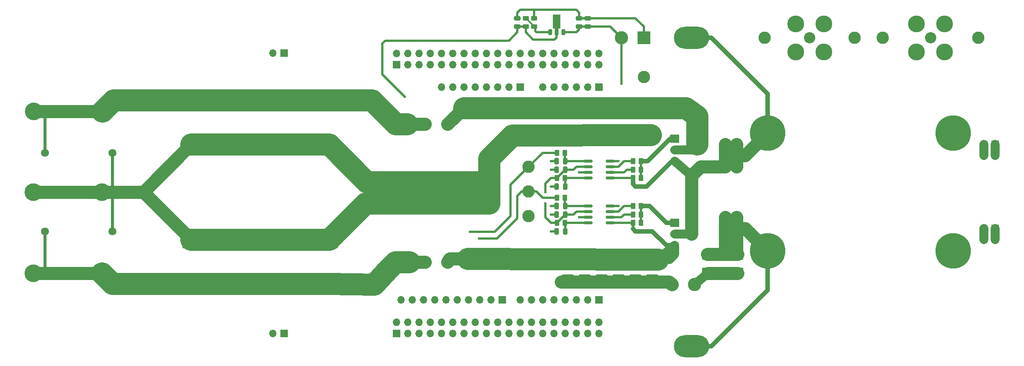
<source format=gbr>
%TF.GenerationSoftware,KiCad,Pcbnew,9.0.2*%
%TF.CreationDate,2025-08-05T09:14:22-05:00*%
%TF.ProjectId,ST2402,53543234-3032-42e6-9b69-6361645f7063,1*%
%TF.SameCoordinates,Original*%
%TF.FileFunction,Copper,L1,Top*%
%TF.FilePolarity,Positive*%
%FSLAX46Y46*%
G04 Gerber Fmt 4.6, Leading zero omitted, Abs format (unit mm)*
G04 Created by KiCad (PCBNEW 9.0.2) date 2025-08-05 09:14:22*
%MOMM*%
%LPD*%
G01*
G04 APERTURE LIST*
G04 Aperture macros list*
%AMRoundRect*
0 Rectangle with rounded corners*
0 $1 Rounding radius*
0 $2 $3 $4 $5 $6 $7 $8 $9 X,Y pos of 4 corners*
0 Add a 4 corners polygon primitive as box body*
4,1,4,$2,$3,$4,$5,$6,$7,$8,$9,$2,$3,0*
0 Add four circle primitives for the rounded corners*
1,1,$1+$1,$2,$3*
1,1,$1+$1,$4,$5*
1,1,$1+$1,$6,$7*
1,1,$1+$1,$8,$9*
0 Add four rect primitives between the rounded corners*
20,1,$1+$1,$2,$3,$4,$5,0*
20,1,$1+$1,$4,$5,$6,$7,0*
20,1,$1+$1,$6,$7,$8,$9,0*
20,1,$1+$1,$8,$9,$2,$3,0*%
%AMFreePoly0*
4,1,9,3.862500,-0.866500,0.737500,-0.866500,0.737500,-0.450000,-0.737500,-0.450000,-0.737500,0.450000,0.737500,0.450000,0.737500,0.866500,3.862500,0.866500,3.862500,-0.866500,3.862500,-0.866500,$1*%
G04 Aperture macros list end*
%TA.AperFunction,SMDPad,CuDef*%
%ADD10RoundRect,0.250000X0.625000X-0.312500X0.625000X0.312500X-0.625000X0.312500X-0.625000X-0.312500X0*%
%TD*%
%TA.AperFunction,SMDPad,CuDef*%
%ADD11RoundRect,0.250000X0.475000X-0.250000X0.475000X0.250000X-0.475000X0.250000X-0.475000X-0.250000X0*%
%TD*%
%TA.AperFunction,SMDPad,CuDef*%
%ADD12RoundRect,0.250000X0.450000X-0.262500X0.450000X0.262500X-0.450000X0.262500X-0.450000X-0.262500X0*%
%TD*%
%TA.AperFunction,ComponentPad*%
%ADD13C,2.000000*%
%TD*%
%TA.AperFunction,SMDPad,CuDef*%
%ADD14RoundRect,0.250000X-0.262500X-0.450000X0.262500X-0.450000X0.262500X0.450000X-0.262500X0.450000X0*%
%TD*%
%TA.AperFunction,ComponentPad*%
%ADD15O,8.000000X5.000000*%
%TD*%
%TA.AperFunction,ComponentPad*%
%ADD16R,1.700000X1.700000*%
%TD*%
%TA.AperFunction,ComponentPad*%
%ADD17O,1.700000X1.700000*%
%TD*%
%TA.AperFunction,SMDPad,CuDef*%
%ADD18RoundRect,0.250000X-1.100000X0.325000X-1.100000X-0.325000X1.100000X-0.325000X1.100000X0.325000X0*%
%TD*%
%TA.AperFunction,SMDPad,CuDef*%
%ADD19RoundRect,0.250000X1.100000X-0.325000X1.100000X0.325000X-1.100000X0.325000X-1.100000X-0.325000X0*%
%TD*%
%TA.AperFunction,ComponentPad*%
%ADD20R,2.000000X1.905000*%
%TD*%
%TA.AperFunction,ComponentPad*%
%ADD21O,2.000000X1.905000*%
%TD*%
%TA.AperFunction,SMDPad,CuDef*%
%ADD22RoundRect,0.250000X0.262500X0.450000X-0.262500X0.450000X-0.262500X-0.450000X0.262500X-0.450000X0*%
%TD*%
%TA.AperFunction,ComponentPad*%
%ADD23C,8.000000*%
%TD*%
%TA.AperFunction,SMDPad,CuDef*%
%ADD24RoundRect,0.150000X-0.825000X-0.150000X0.825000X-0.150000X0.825000X0.150000X-0.825000X0.150000X0*%
%TD*%
%TA.AperFunction,SMDPad,CuDef*%
%ADD25RoundRect,0.250000X0.250000X0.475000X-0.250000X0.475000X-0.250000X-0.475000X0.250000X-0.475000X0*%
%TD*%
%TA.AperFunction,ComponentPad*%
%ADD26C,3.000000*%
%TD*%
%TA.AperFunction,ComponentPad*%
%ADD27R,3.000000X3.000000*%
%TD*%
%TA.AperFunction,ComponentPad*%
%ADD28C,2.800000*%
%TD*%
%TA.AperFunction,ComponentPad*%
%ADD29C,2.540000*%
%TD*%
%TA.AperFunction,ComponentPad*%
%ADD30C,3.810000*%
%TD*%
%TA.AperFunction,ComponentPad*%
%ADD31C,1.800000*%
%TD*%
%TA.AperFunction,ComponentPad*%
%ADD32R,4.000000X4.000000*%
%TD*%
%TA.AperFunction,ComponentPad*%
%ADD33C,4.000000*%
%TD*%
%TA.AperFunction,SMDPad,CuDef*%
%ADD34RoundRect,0.225000X0.225000X-0.425000X0.225000X0.425000X-0.225000X0.425000X-0.225000X-0.425000X0*%
%TD*%
%TA.AperFunction,SMDPad,CuDef*%
%ADD35FreePoly0,90.000000*%
%TD*%
%TA.AperFunction,ViaPad*%
%ADD36C,0.600000*%
%TD*%
%TA.AperFunction,Conductor*%
%ADD37C,2.000000*%
%TD*%
%TA.AperFunction,Conductor*%
%ADD38C,0.300000*%
%TD*%
%TA.AperFunction,Conductor*%
%ADD39C,0.500000*%
%TD*%
%TA.AperFunction,Conductor*%
%ADD40C,3.000000*%
%TD*%
%TA.AperFunction,Conductor*%
%ADD41C,1.000000*%
%TD*%
%TA.AperFunction,Conductor*%
%ADD42C,5.000000*%
%TD*%
%TA.AperFunction,Conductor*%
%ADD43C,0.700000*%
%TD*%
G04 APERTURE END LIST*
D10*
%TO.P,R4,1*%
%TO.N,Net-(J18-Pin_1)*%
X194945000Y-114850000D03*
%TO.P,R4,2*%
%TO.N,Net-(J19-In)*%
X194945000Y-111925000D03*
%TD*%
%TO.P,R3,1*%
%TO.N,Net-(J18-Pin_1)*%
X192405000Y-114850000D03*
%TO.P,R3,2*%
%TO.N,Net-(J19-In)*%
X192405000Y-111925000D03*
%TD*%
%TO.P,R2,1*%
%TO.N,Net-(J18-Pin_1)*%
X189865000Y-114850000D03*
%TO.P,R2,2*%
%TO.N,Net-(J19-In)*%
X189865000Y-111925000D03*
%TD*%
%TO.P,R1,1*%
%TO.N,Net-(J18-Pin_1)*%
X187325000Y-114850000D03*
%TO.P,R1,2*%
%TO.N,Net-(J19-In)*%
X187325000Y-111925000D03*
%TD*%
D11*
%TO.P,C27,1*%
%TO.N,+5V*%
X144780000Y-59690000D03*
%TO.P,C27,2*%
%TO.N,GND*%
X144780000Y-57790000D03*
%TD*%
D12*
%TO.P,R12,1*%
%TO.N,Net-(U2-ADJ)*%
X148590000Y-59652500D03*
%TO.P,R12,2*%
%TO.N,GND*%
X148590000Y-57827500D03*
%TD*%
%TO.P,R11,1*%
%TO.N,+5V*%
X146685000Y-59652500D03*
%TO.P,R11,2*%
%TO.N,Net-(U2-ADJ)*%
X146685000Y-57827500D03*
%TD*%
D11*
%TO.P,C26,1*%
%TO.N,+12V*%
X160655000Y-59685000D03*
%TO.P,C26,2*%
%TO.N,GND*%
X160655000Y-57785000D03*
%TD*%
%TO.P,C25,1*%
%TO.N,+12V*%
X158750000Y-59690000D03*
%TO.P,C25,2*%
%TO.N,GND*%
X158750000Y-57790000D03*
%TD*%
D13*
%TO.P,F2,1*%
%TO.N,Net-(Q2-S)*%
X129032000Y-113040000D03*
%TO.P,F2,2*%
%TO.N,Net-(J17-Pin_1)*%
X123952000Y-113030000D03*
%TD*%
D14*
%TO.P,R18,1*%
%TO.N,PWM_U*%
X153712500Y-88265000D03*
%TO.P,R18,2*%
%TO.N,Net-(U6-VI)*%
X155537500Y-88265000D03*
%TD*%
D15*
%TO.P,TP2,1,1*%
%TO.N,Net-(J19-In)*%
X184150000Y-132080000D03*
%TD*%
D16*
%TO.P,J11,1,Pin_1*%
%TO.N,Net-(J11-Pin_1)*%
X252750000Y-105430000D03*
D17*
%TO.P,J11,2,Pin_2*%
X250210000Y-105430000D03*
%TO.P,J11,3,Pin_3*%
X252750000Y-107970000D03*
%TO.P,J11,4,Pin_4*%
X250210000Y-107970000D03*
%TD*%
D18*
%TO.P,C16,1*%
%TO.N,Net-(Q1-D)*%
X167640000Y-79805000D03*
%TO.P,C16,2*%
%TO.N,FIX_B*%
X167640000Y-82755000D03*
%TD*%
D19*
%TO.P,C24,1*%
%TO.N,FIX_B*%
X156210000Y-116410000D03*
%TO.P,C24,2*%
%TO.N,Net-(Q2-S)*%
X156210000Y-113460000D03*
%TD*%
D20*
%TO.P,Q1,1,G*%
%TO.N,Net-(Q1-G)*%
X180340000Y-85090000D03*
D21*
%TO.P,Q1,2,D*%
%TO.N,Net-(Q1-D)*%
X180340000Y-87630000D03*
%TO.P,Q1,3,S*%
%TO.N,FIX_A*%
X180340000Y-90170000D03*
%TD*%
D16*
%TO.P,J22,1,Pin_1*%
%TO.N,Net-(J19-In)*%
X191765000Y-102885000D03*
D17*
%TO.P,J22,2,Pin_2*%
X194305000Y-102885000D03*
%TO.P,J22,3,Pin_3*%
X191765000Y-105425000D03*
%TO.P,J22,4,Pin_4*%
X194305000Y-105425000D03*
%TO.P,J22,5,Pin_5*%
X191765000Y-107965000D03*
%TO.P,J22,6,Pin_6*%
X194305000Y-107965000D03*
%TD*%
D16*
%TO.P,J2,1,Pin_1*%
%TO.N,unconnected-(J2-Pin_1-Pad1)*%
X117475000Y-68275000D03*
D17*
%TO.P,J2,2,Pin_2*%
%TO.N,unconnected-(J2-Pin_2-Pad2)*%
X117475000Y-65735000D03*
%TO.P,J2,3,Pin_3*%
%TO.N,unconnected-(J2-Pin_3-Pad3)*%
X120015000Y-68275000D03*
%TO.P,J2,4,Pin_4*%
%TO.N,unconnected-(J2-Pin_4-Pad4)*%
X120015000Y-65735000D03*
%TO.P,J2,5,Pin_5*%
%TO.N,unconnected-(J2-Pin_5-Pad5)*%
X122555000Y-68275000D03*
%TO.P,J2,6,Pin_6*%
%TO.N,unconnected-(J2-Pin_6-Pad6)*%
X122555000Y-65735000D03*
%TO.P,J2,7,Pin_7*%
%TO.N,unconnected-(J2-Pin_7-Pad7)*%
X125095000Y-68275000D03*
%TO.P,J2,8,Pin_8*%
%TO.N,unconnected-(J2-Pin_8-Pad8)*%
X125095000Y-65735000D03*
%TO.P,J2,9,Pin_9*%
%TO.N,unconnected-(J2-Pin_9-Pad9)*%
X127635000Y-68275000D03*
%TO.P,J2,10,Pin_10*%
%TO.N,unconnected-(J2-Pin_10-Pad10)*%
X127635000Y-65735000D03*
%TO.P,J2,11,Pin_11*%
%TO.N,unconnected-(J2-Pin_11-Pad11)*%
X130175000Y-68275000D03*
%TO.P,J2,12,Pin_12*%
%TO.N,unconnected-(J2-Pin_12-Pad12)*%
X130175000Y-65735000D03*
%TO.P,J2,13,Pin_13*%
%TO.N,unconnected-(J2-Pin_13-Pad13)*%
X132715000Y-68275000D03*
%TO.P,J2,14,Pin_14*%
%TO.N,unconnected-(J2-Pin_14-Pad14)*%
X132715000Y-65735000D03*
%TO.P,J2,15,Pin_15*%
%TO.N,unconnected-(J2-Pin_15-Pad15)*%
X135255000Y-68275000D03*
%TO.P,J2,16,Pin_16*%
%TO.N,unconnected-(J2-Pin_16-Pad16)*%
X135255000Y-65735000D03*
%TO.P,J2,17,Pin_17*%
%TO.N,unconnected-(J2-Pin_17-Pad17)*%
X137795000Y-68275000D03*
%TO.P,J2,18,Pin_18*%
%TO.N,unconnected-(J2-Pin_18-Pad18)*%
X137795000Y-65735000D03*
%TO.P,J2,19,Pin_19*%
%TO.N,unconnected-(J2-Pin_19-Pad19)*%
X140335000Y-68275000D03*
%TO.P,J2,20,Pin_20*%
%TO.N,unconnected-(J2-Pin_20-Pad20)*%
X140335000Y-65735000D03*
%TO.P,J2,21,Pin_21*%
%TO.N,unconnected-(J2-Pin_21-Pad21)*%
X142875000Y-68275000D03*
%TO.P,J2,22,Pin_22*%
%TO.N,unconnected-(J2-Pin_22-Pad22)*%
X142875000Y-65735000D03*
%TO.P,J2,23,Pin_23*%
%TO.N,unconnected-(J2-Pin_23-Pad23)*%
X145415000Y-68275000D03*
%TO.P,J2,24,Pin_24*%
%TO.N,unconnected-(J2-Pin_24-Pad24)*%
X145415000Y-65735000D03*
%TO.P,J2,25,Pin_25*%
%TO.N,unconnected-(J2-Pin_25-Pad25)*%
X147955000Y-68275000D03*
%TO.P,J2,26,Pin_26*%
%TO.N,unconnected-(J2-Pin_26-Pad26)*%
X147955000Y-65735000D03*
%TO.P,J2,27,Pin_27*%
%TO.N,unconnected-(J2-Pin_27-Pad27)*%
X150495000Y-68275000D03*
%TO.P,J2,28,Pin_28*%
%TO.N,unconnected-(J2-Pin_28-Pad28)*%
X150495000Y-65735000D03*
%TO.P,J2,29,Pin_29*%
%TO.N,unconnected-(J2-Pin_29-Pad29)*%
X153035000Y-68275000D03*
%TO.P,J2,30,Pin_30*%
%TO.N,unconnected-(J2-Pin_30-Pad30)*%
X153035000Y-65735000D03*
%TO.P,J2,31,Pin_31*%
%TO.N,unconnected-(J2-Pin_31-Pad31)*%
X155575000Y-68275000D03*
%TO.P,J2,32,Pin_32*%
%TO.N,unconnected-(J2-Pin_32-Pad32)*%
X155575000Y-65735000D03*
%TO.P,J2,33,Pin_33*%
%TO.N,unconnected-(J2-Pin_33-Pad33)*%
X158115000Y-68275000D03*
%TO.P,J2,34,Pin_34*%
%TO.N,unconnected-(J2-Pin_34-Pad34)*%
X158115000Y-65735000D03*
%TO.P,J2,35,Pin_35*%
%TO.N,unconnected-(J2-Pin_35-Pad35)*%
X160655000Y-68275000D03*
%TO.P,J2,36,Pin_36*%
%TO.N,unconnected-(J2-Pin_36-Pad36)*%
X160655000Y-65735000D03*
%TO.P,J2,37,Pin_37*%
%TO.N,unconnected-(J2-Pin_37-Pad37)*%
X163195000Y-68275000D03*
%TO.P,J2,38,Pin_38*%
%TO.N,unconnected-(J2-Pin_38-Pad38)*%
X163195000Y-65735000D03*
%TD*%
D16*
%TO.P,J12,1,Pin_1*%
%TO.N,Net-(J12-Pin_1)*%
X252750000Y-86380000D03*
D17*
%TO.P,J12,2,Pin_2*%
X250210000Y-86380000D03*
%TO.P,J12,3,Pin_3*%
X252750000Y-88920000D03*
%TO.P,J12,4,Pin_4*%
X250210000Y-88920000D03*
%TD*%
D16*
%TO.P,J4,1,Pin_1*%
%TO.N,unconnected-(J4-Pin_1-Pad1)*%
X145415000Y-73355000D03*
D17*
%TO.P,J4,2,Pin_2*%
%TO.N,unconnected-(J4-Pin_2-Pad2)*%
X142875000Y-73355000D03*
%TO.P,J4,3,Pin_3*%
%TO.N,GND*%
X140335000Y-73355000D03*
%TO.P,J4,4,Pin_4*%
%TO.N,5V*%
X137795000Y-73355000D03*
%TO.P,J4,5,Pin_5*%
%TO.N,unconnected-(J4-Pin_5-Pad5)*%
X135255000Y-73355000D03*
%TO.P,J4,6,Pin_6*%
%TO.N,unconnected-(J4-Pin_6-Pad6)*%
X132715000Y-73355000D03*
%TO.P,J4,7,Pin_7*%
%TO.N,unconnected-(J4-Pin_7-Pad7)*%
X130175000Y-73355000D03*
%TO.P,J4,8,Pin_8*%
%TO.N,unconnected-(J4-Pin_8-Pad8)*%
X127635000Y-73355000D03*
%TD*%
D22*
%TO.P,R30,1*%
%TO.N,Net-(Q1-G)*%
X172720000Y-93980000D03*
%TO.P,R30,2*%
%TO.N,FIX_A*%
X170895000Y-93980000D03*
%TD*%
D23*
%TO.P,TP18,1,1*%
%TO.N,Net-(J12-Pin_1)*%
X243205000Y-83820000D03*
%TD*%
D24*
%TO.P,U8,1,VI*%
%TO.N,Net-(U8-VI)*%
X160785000Y-100330000D03*
%TO.P,U8,2,VDDI*%
%TO.N,+5V*%
X160785000Y-101600000D03*
%TO.P,U8,3,GNDI*%
%TO.N,GND*%
X160785000Y-102870000D03*
%TO.P,U8,4,EN*%
%TO.N,Net-(U8-EN)*%
X160785000Y-104140000D03*
%TO.P,U8,5,GND*%
%TO.N,Net-(Q2-S)*%
X165735000Y-104140000D03*
%TO.P,U8,6,VO-*%
%TO.N,Net-(U8-VO-)*%
X165735000Y-102870000D03*
%TO.P,U8,7,VO+*%
%TO.N,Net-(U8-VO+)*%
X165735000Y-101600000D03*
%TO.P,U8,8,VDD*%
%TO.N,Net-(U7-+Vout)*%
X165735000Y-100330000D03*
%TD*%
D25*
%TO.P,C8,1*%
%TO.N,Net-(U6-EN)*%
X155575000Y-95885000D03*
%TO.P,C8,2*%
%TO.N,GND*%
X153675000Y-95885000D03*
%TD*%
D14*
%TO.P,R21,1*%
%TO.N,+5V*%
X153712500Y-104140000D03*
%TO.P,R21,2*%
%TO.N,Net-(U8-EN)*%
X155537500Y-104140000D03*
%TD*%
D26*
%TO.P,J14,1,Pin_1*%
%TO.N,FIX_B*%
X179705000Y-118110000D03*
%TD*%
D25*
%TO.P,C3,1*%
%TO.N,Net-(U8-VI)*%
X155575000Y-100330000D03*
%TO.P,C3,2*%
%TO.N,GND*%
X153675000Y-100330000D03*
%TD*%
D22*
%TO.P,R31,1*%
%TO.N,Net-(Q2-G)*%
X172720000Y-104140000D03*
%TO.P,R31,2*%
%TO.N,Net-(Q2-S)*%
X170895000Y-104140000D03*
%TD*%
D27*
%TO.P,J9,1,Pin_1*%
%TO.N,GND*%
X173355000Y-62230000D03*
D26*
%TO.P,J9,2,Pin_2*%
%TO.N,+12V*%
X168275000Y-62230000D03*
%TD*%
D18*
%TO.P,C12,1*%
%TO.N,Net-(Q1-D)*%
X163830000Y-79805000D03*
%TO.P,C12,2*%
%TO.N,FIX_B*%
X163830000Y-82755000D03*
%TD*%
D28*
%TO.P,TP6,1,1*%
%TO.N,FIX_A*%
X184150000Y-97155000D03*
%TD*%
D13*
%TO.P,F1,1*%
%TO.N,Net-(Q1-D)*%
X129032000Y-81798000D03*
%TO.P,F1,2*%
%TO.N,Net-(J15-Pin_1)*%
X123952000Y-81788000D03*
%TD*%
D14*
%TO.P,R23,1*%
%TO.N,Net-(U8-VO-)*%
X170895000Y-102235000D03*
%TO.P,R23,2*%
%TO.N,Net-(Q2-G)*%
X172720000Y-102235000D03*
%TD*%
%TO.P,R19,1*%
%TO.N,PWM_L*%
X153712500Y-98425000D03*
%TO.P,R19,2*%
%TO.N,Net-(U8-VI)*%
X155537500Y-98425000D03*
%TD*%
%TO.P,R29,1*%
%TO.N,Net-(U6-VO-)*%
X170895000Y-92075000D03*
%TO.P,R29,2*%
%TO.N,Net-(Q1-G)*%
X172720000Y-92075000D03*
%TD*%
D19*
%TO.P,C19,1*%
%TO.N,FIX_B*%
X171450000Y-116410000D03*
%TO.P,C19,2*%
%TO.N,Net-(Q2-S)*%
X171450000Y-113460000D03*
%TD*%
D29*
%TO.P,J19,1,In*%
%TO.N,Net-(J19-In)*%
X210820000Y-62230000D03*
D30*
%TO.P,J19,2,Ext*%
%TO.N,Net-(J18-Pin_1)*%
X207645000Y-59055000D03*
X207645000Y-65405000D03*
X213995000Y-59055000D03*
X213995000Y-65405000D03*
%TD*%
D14*
%TO.P,R22,1*%
%TO.N,Net-(U8-VO+)*%
X170895000Y-100330000D03*
%TO.P,R22,2*%
%TO.N,Net-(Q2-G)*%
X172720000Y-100330000D03*
%TD*%
D31*
%TO.P,R9,1*%
%TO.N,Net-(J15-Pin_1)*%
X38100000Y-88265000D03*
%TO.P,R9,2*%
%TO.N,FIX_B*%
X53340000Y-88265000D03*
%TD*%
D24*
%TO.P,U6,1,VI*%
%TO.N,Net-(U6-VI)*%
X160785000Y-90170000D03*
%TO.P,U6,2,VDDI*%
%TO.N,+5V*%
X160785000Y-91440000D03*
%TO.P,U6,3,GNDI*%
%TO.N,GND*%
X160785000Y-92710000D03*
%TO.P,U6,4,EN*%
%TO.N,Net-(U6-EN)*%
X160785000Y-93980000D03*
%TO.P,U6,5,GND*%
%TO.N,FIX_A*%
X165735000Y-93980000D03*
%TO.P,U6,6,VO-*%
%TO.N,Net-(U6-VO-)*%
X165735000Y-92710000D03*
%TO.P,U6,7,VO+*%
%TO.N,Net-(U6-VO+)*%
X165735000Y-91440000D03*
%TO.P,U6,8,VDD*%
%TO.N,Net-(U1-+Vout)*%
X165735000Y-90170000D03*
%TD*%
D29*
%TO.P,J13,1,In*%
%TO.N,Net-(J11-Pin_1)*%
X238125000Y-62230000D03*
D30*
%TO.P,J13,2,Ext*%
%TO.N,Net-(J12-Pin_1)*%
X234950000Y-59055000D03*
X234950000Y-65405000D03*
X241300000Y-59055000D03*
X241300000Y-65405000D03*
%TD*%
D23*
%TO.P,TP17,1,1*%
%TO.N,Net-(J19-In)*%
X201295000Y-110490000D03*
%TD*%
D28*
%TO.P,TP14,1,1*%
%TO.N,Net-(J19-In)*%
X200660000Y-62230000D03*
%TD*%
D32*
%TO.P,C14,1*%
%TO.N,FIX_B*%
X102235000Y-107950000D03*
D33*
%TO.P,C14,2*%
%TO.N,Net-(J17-Pin_1)*%
X102235000Y-117950000D03*
%TD*%
D16*
%TO.P,J1,1,Pin_1*%
%TO.N,unconnected-(J1-Pin_1-Pad1)*%
X117475000Y-129185000D03*
D17*
%TO.P,J1,2,Pin_2*%
%TO.N,unconnected-(J1-Pin_2-Pad2)*%
X117475000Y-126645000D03*
%TO.P,J1,3,Pin_3*%
%TO.N,unconnected-(J1-Pin_3-Pad3)*%
X120015000Y-129185000D03*
%TO.P,J1,4,Pin_4*%
%TO.N,unconnected-(J1-Pin_4-Pad4)*%
X120015000Y-126645000D03*
%TO.P,J1,5,Pin_5*%
%TO.N,unconnected-(J1-Pin_5-Pad5)*%
X122555000Y-129185000D03*
%TO.P,J1,6,Pin_6*%
%TO.N,unconnected-(J1-Pin_6-Pad6)*%
X122555000Y-126645000D03*
%TO.P,J1,7,Pin_7*%
%TO.N,unconnected-(J1-Pin_7-Pad7)*%
X125095000Y-129185000D03*
%TO.P,J1,8,Pin_8*%
%TO.N,unconnected-(J1-Pin_8-Pad8)*%
X125095000Y-126645000D03*
%TO.P,J1,9,Pin_9*%
%TO.N,unconnected-(J1-Pin_9-Pad9)*%
X127635000Y-129185000D03*
%TO.P,J1,10,Pin_10*%
%TO.N,unconnected-(J1-Pin_10-Pad10)*%
X127635000Y-126645000D03*
%TO.P,J1,11,Pin_11*%
%TO.N,unconnected-(J1-Pin_11-Pad11)*%
X130175000Y-129185000D03*
%TO.P,J1,12,Pin_12*%
%TO.N,unconnected-(J1-Pin_12-Pad12)*%
X130175000Y-126645000D03*
%TO.P,J1,13,Pin_13*%
%TO.N,unconnected-(J1-Pin_13-Pad13)*%
X132715000Y-129185000D03*
%TO.P,J1,14,Pin_14*%
%TO.N,unconnected-(J1-Pin_14-Pad14)*%
X132715000Y-126645000D03*
%TO.P,J1,15,Pin_15*%
%TO.N,unconnected-(J1-Pin_15-Pad15)*%
X135255000Y-129185000D03*
%TO.P,J1,16,Pin_16*%
%TO.N,unconnected-(J1-Pin_16-Pad16)*%
X135255000Y-126645000D03*
%TO.P,J1,17,Pin_17*%
%TO.N,unconnected-(J1-Pin_17-Pad17)*%
X137795000Y-129185000D03*
%TO.P,J1,18,Pin_18*%
%TO.N,unconnected-(J1-Pin_18-Pad18)*%
X137795000Y-126645000D03*
%TO.P,J1,19,Pin_19*%
%TO.N,unconnected-(J1-Pin_19-Pad19)*%
X140335000Y-129185000D03*
%TO.P,J1,20,Pin_20*%
%TO.N,unconnected-(J1-Pin_20-Pad20)*%
X140335000Y-126645000D03*
%TO.P,J1,21,Pin_21*%
%TO.N,unconnected-(J1-Pin_21-Pad21)*%
X142875000Y-129185000D03*
%TO.P,J1,22,Pin_22*%
%TO.N,unconnected-(J1-Pin_22-Pad22)*%
X142875000Y-126645000D03*
%TO.P,J1,23,Pin_23*%
%TO.N,unconnected-(J1-Pin_23-Pad23)*%
X145415000Y-129185000D03*
%TO.P,J1,24,Pin_24*%
%TO.N,unconnected-(J1-Pin_24-Pad24)*%
X145415000Y-126645000D03*
%TO.P,J1,25,Pin_25*%
%TO.N,unconnected-(J1-Pin_25-Pad25)*%
X147955000Y-129185000D03*
%TO.P,J1,26,Pin_26*%
%TO.N,unconnected-(J1-Pin_26-Pad26)*%
X147955000Y-126645000D03*
%TO.P,J1,27,Pin_27*%
%TO.N,unconnected-(J1-Pin_27-Pad27)*%
X150495000Y-129185000D03*
%TO.P,J1,28,Pin_28*%
%TO.N,unconnected-(J1-Pin_28-Pad28)*%
X150495000Y-126645000D03*
%TO.P,J1,29,Pin_29*%
%TO.N,unconnected-(J1-Pin_29-Pad29)*%
X153035000Y-129185000D03*
%TO.P,J1,30,Pin_30*%
%TO.N,unconnected-(J1-Pin_30-Pad30)*%
X153035000Y-126645000D03*
%TO.P,J1,31,Pin_31*%
%TO.N,unconnected-(J1-Pin_31-Pad31)*%
X155575000Y-129185000D03*
%TO.P,J1,32,Pin_32*%
%TO.N,unconnected-(J1-Pin_32-Pad32)*%
X155575000Y-126645000D03*
%TO.P,J1,33,Pin_33*%
%TO.N,unconnected-(J1-Pin_33-Pad33)*%
X158115000Y-129185000D03*
%TO.P,J1,34,Pin_34*%
%TO.N,unconnected-(J1-Pin_34-Pad34)*%
X158115000Y-126645000D03*
%TO.P,J1,35,Pin_35*%
%TO.N,unconnected-(J1-Pin_35-Pad35)*%
X160655000Y-129185000D03*
%TO.P,J1,36,Pin_36*%
%TO.N,unconnected-(J1-Pin_36-Pad36)*%
X160655000Y-126645000D03*
%TO.P,J1,37,Pin_37*%
%TO.N,unconnected-(J1-Pin_37-Pad37)*%
X163195000Y-129185000D03*
%TO.P,J1,38,Pin_38*%
%TO.N,unconnected-(J1-Pin_38-Pad38)*%
X163195000Y-126645000D03*
%TD*%
D14*
%TO.P,R24,1*%
%TO.N,Net-(U6-VO+)*%
X170895000Y-90170000D03*
%TO.P,R24,2*%
%TO.N,Net-(Q1-G)*%
X172720000Y-90170000D03*
%TD*%
D28*
%TO.P,TP12,1,1*%
%TO.N,GND*%
X173355000Y-71120000D03*
%TD*%
D18*
%TO.P,C23,1*%
%TO.N,Net-(Q1-D)*%
X156210000Y-79805000D03*
%TO.P,C23,2*%
%TO.N,FIX_B*%
X156210000Y-82755000D03*
%TD*%
D32*
%TO.P,C10,1*%
%TO.N,Net-(J15-Pin_1)*%
X71120000Y-76360000D03*
D33*
%TO.P,C10,2*%
%TO.N,FIX_B*%
X71120000Y-86360000D03*
%TD*%
D16*
%TO.P,J8,1,Pin_1*%
%TO.N,unconnected-(J8-Pin_1-Pad1)*%
X92075000Y-65659000D03*
D17*
%TO.P,J8,2,Pin_2*%
%TO.N,unconnected-(J8-Pin_2-Pad2)*%
X89535000Y-65659000D03*
%TD*%
D25*
%TO.P,C7,1*%
%TO.N,+5V*%
X155575000Y-102235000D03*
%TO.P,C7,2*%
%TO.N,GND*%
X153675000Y-102235000D03*
%TD*%
D19*
%TO.P,C21,1*%
%TO.N,FIX_B*%
X175260000Y-116410000D03*
%TO.P,C21,2*%
%TO.N,Net-(Q2-S)*%
X175260000Y-113460000D03*
%TD*%
D16*
%TO.P,J6,1,Pin_1*%
%TO.N,unconnected-(J6-Pin_1-Pad1)*%
X141395000Y-121585000D03*
D17*
%TO.P,J6,2,Pin_2*%
%TO.N,unconnected-(J6-Pin_2-Pad2)*%
X138855000Y-121585000D03*
%TO.P,J6,3,Pin_3*%
%TO.N,unconnected-(J6-Pin_3-Pad3)*%
X136315000Y-121585000D03*
%TO.P,J6,4,Pin_4*%
%TO.N,unconnected-(J6-Pin_4-Pad4)*%
X133775000Y-121585000D03*
%TO.P,J6,5,Pin_5*%
%TO.N,unconnected-(J6-Pin_5-Pad5)*%
X131235000Y-121585000D03*
%TO.P,J6,6,Pin_6*%
%TO.N,unconnected-(J6-Pin_6-Pad6)*%
X128695000Y-121585000D03*
%TO.P,J6,7,Pin_7*%
%TO.N,unconnected-(J6-Pin_7-Pad7)*%
X126155000Y-121585000D03*
%TO.P,J6,8,Pin_8*%
%TO.N,unconnected-(J6-Pin_8-Pad8)*%
X123615000Y-121585000D03*
%TO.P,J6,9,Pin_9*%
%TO.N,unconnected-(J6-Pin_9-Pad9)*%
X121075000Y-121585000D03*
%TO.P,J6,10,Pin_10*%
%TO.N,unconnected-(J6-Pin_10-Pad10)*%
X118535000Y-121585000D03*
%TD*%
D28*
%TO.P,TP5,1,1*%
%TO.N,PWM_L*%
X147320000Y-97028000D03*
%TD*%
D19*
%TO.P,C22,1*%
%TO.N,FIX_B*%
X160020000Y-116410000D03*
%TO.P,C22,2*%
%TO.N,Net-(Q2-S)*%
X160020000Y-113460000D03*
%TD*%
D28*
%TO.P,TP4,1,1*%
%TO.N,PWM_U*%
X147320000Y-91440000D03*
%TD*%
D18*
%TO.P,C20,1*%
%TO.N,Net-(Q1-D)*%
X175260000Y-79805000D03*
%TO.P,C20,2*%
%TO.N,FIX_B*%
X175260000Y-82755000D03*
%TD*%
%TO.P,C18,1*%
%TO.N,Net-(Q1-D)*%
X171450000Y-79805000D03*
%TO.P,C18,2*%
%TO.N,FIX_B*%
X171450000Y-82755000D03*
%TD*%
D26*
%TO.P,J18,1,Pin_1*%
%TO.N,Net-(J18-Pin_1)*%
X184785000Y-118110000D03*
%TD*%
D33*
%TO.P,J16,1,Pin_1*%
%TO.N,FIX_B*%
X50930000Y-97155000D03*
X35430000Y-97155000D03*
%TD*%
D25*
%TO.P,C5,1*%
%TO.N,+5V*%
X155575000Y-92075000D03*
%TO.P,C5,2*%
%TO.N,GND*%
X153675000Y-92075000D03*
%TD*%
D18*
%TO.P,C1,1*%
%TO.N,Net-(Q1-D)*%
X160020000Y-79805000D03*
%TO.P,C1,2*%
%TO.N,FIX_B*%
X160020000Y-82755000D03*
%TD*%
D28*
%TO.P,TP11,1,1*%
%TO.N,GND*%
X147320000Y-102616000D03*
%TD*%
D20*
%TO.P,Q2,1,G*%
%TO.N,Net-(Q2-G)*%
X180340000Y-104140000D03*
D21*
%TO.P,Q2,2,D*%
%TO.N,FIX_A*%
X180340000Y-106680000D03*
%TO.P,Q2,3,S*%
%TO.N,Net-(Q2-S)*%
X180340000Y-109220000D03*
%TD*%
D16*
%TO.P,J5,1,Pin_1*%
%TO.N,unconnected-(J5-Pin_1-Pad1)*%
X163195000Y-73355000D03*
D17*
%TO.P,J5,2,Pin_2*%
%TO.N,unconnected-(J5-Pin_2-Pad2)*%
X160655000Y-73355000D03*
%TO.P,J5,3,Pin_3*%
%TO.N,unconnected-(J5-Pin_3-Pad3)*%
X158115000Y-73355000D03*
%TO.P,J5,4,Pin_4*%
%TO.N,unconnected-(J5-Pin_4-Pad4)*%
X155575000Y-73355000D03*
%TO.P,J5,5,Pin_5*%
%TO.N,unconnected-(J5-Pin_5-Pad5)*%
X153035000Y-73355000D03*
%TO.P,J5,6,Pin_6*%
%TO.N,unconnected-(J5-Pin_6-Pad6)*%
X150495000Y-73355000D03*
%TD*%
D15*
%TO.P,TP1,1,1*%
%TO.N,FIX_A*%
X184150000Y-62230000D03*
%TD*%
D23*
%TO.P,TP16,1,1*%
%TO.N,FIX_A*%
X201295000Y-83820000D03*
%TD*%
D31*
%TO.P,R10,1*%
%TO.N,FIX_B*%
X53340000Y-106045000D03*
%TO.P,R10,2*%
%TO.N,Net-(J17-Pin_1)*%
X38100000Y-106045000D03*
%TD*%
D25*
%TO.P,C9,1*%
%TO.N,Net-(U8-EN)*%
X155575000Y-106045000D03*
%TO.P,C9,2*%
%TO.N,GND*%
X153675000Y-106045000D03*
%TD*%
%TO.P,C2,1*%
%TO.N,Net-(U6-VI)*%
X155575000Y-90170000D03*
%TO.P,C2,2*%
%TO.N,GND*%
X153675000Y-90170000D03*
%TD*%
D33*
%TO.P,J17,1,Pin_1*%
%TO.N,Net-(J17-Pin_1)*%
X50930000Y-115570000D03*
X35430000Y-115570000D03*
%TD*%
%TO.P,J15,1,Pin_1*%
%TO.N,Net-(J15-Pin_1)*%
X51060000Y-78900000D03*
X35560000Y-78900000D03*
%TD*%
D28*
%TO.P,TP15,1,1*%
%TO.N,Net-(J18-Pin_1)*%
X220980000Y-62230000D03*
%TD*%
%TO.P,TP13,1,1*%
%TO.N,Net-(J12-Pin_1)*%
X248920000Y-62230000D03*
%TD*%
D19*
%TO.P,C17,1*%
%TO.N,FIX_B*%
X167640000Y-116410000D03*
%TO.P,C17,2*%
%TO.N,Net-(Q2-S)*%
X167640000Y-113460000D03*
%TD*%
D32*
%TO.P,C13,1*%
%TO.N,FIX_B*%
X71120000Y-107950000D03*
D33*
%TO.P,C13,2*%
%TO.N,Net-(J17-Pin_1)*%
X71120000Y-117950000D03*
%TD*%
D16*
%TO.P,J7,1,Pin_1*%
%TO.N,unconnected-(J7-Pin_1-Pad1)*%
X92075000Y-129185000D03*
D17*
%TO.P,J7,2,Pin_2*%
%TO.N,unconnected-(J7-Pin_2-Pad2)*%
X89535000Y-129185000D03*
%TD*%
D19*
%TO.P,C15,1*%
%TO.N,FIX_B*%
X163830000Y-116410000D03*
%TO.P,C15,2*%
%TO.N,Net-(Q2-S)*%
X163830000Y-113460000D03*
%TD*%
D16*
%TO.P,J3,1,Pin_1*%
%TO.N,unconnected-(J3-Pin_1-Pad1)*%
X163195000Y-121585000D03*
D17*
%TO.P,J3,2,Pin_2*%
%TO.N,unconnected-(J3-Pin_2-Pad2)*%
X160655000Y-121585000D03*
%TO.P,J3,3,Pin_3*%
%TO.N,unconnected-(J3-Pin_3-Pad3)*%
X158115000Y-121585000D03*
%TO.P,J3,4,Pin_4*%
%TO.N,unconnected-(J3-Pin_4-Pad4)*%
X155575000Y-121585000D03*
%TO.P,J3,5,Pin_5*%
%TO.N,unconnected-(J3-Pin_5-Pad5)*%
X153035000Y-121585000D03*
%TO.P,J3,6,Pin_6*%
%TO.N,PWM_L*%
X150495000Y-121585000D03*
%TO.P,J3,7,Pin_7*%
%TO.N,PWM_U*%
X147955000Y-121585000D03*
%TO.P,J3,8,Pin_8*%
%TO.N,unconnected-(J3-Pin_8-Pad8)*%
X145415000Y-121585000D03*
%TD*%
D14*
%TO.P,R20,1*%
%TO.N,+5V*%
X153712500Y-93980000D03*
%TO.P,R20,2*%
%TO.N,Net-(U6-EN)*%
X155537500Y-93980000D03*
%TD*%
D16*
%TO.P,J21,1,Pin_1*%
%TO.N,FIX_A*%
X191770000Y-86360000D03*
D17*
%TO.P,J21,2,Pin_2*%
X194310000Y-86360000D03*
%TO.P,J21,3,Pin_3*%
X191770000Y-88900000D03*
%TO.P,J21,4,Pin_4*%
X194310000Y-88900000D03*
%TO.P,J21,5,Pin_5*%
X191770000Y-91440000D03*
%TO.P,J21,6,Pin_6*%
X194310000Y-91440000D03*
%TD*%
D23*
%TO.P,TP19,1,1*%
%TO.N,Net-(J11-Pin_1)*%
X243205000Y-110490000D03*
%TD*%
D28*
%TO.P,TP10,1,1*%
%TO.N,Net-(J11-Pin_1)*%
X227330000Y-62230000D03*
%TD*%
D32*
%TO.P,C11,1*%
%TO.N,Net-(J15-Pin_1)*%
X102235000Y-76360000D03*
D33*
%TO.P,C11,2*%
%TO.N,FIX_B*%
X102235000Y-86360000D03*
%TD*%
D34*
%TO.P,U2,1,ADJ*%
%TO.N,Net-(U2-ADJ)*%
X152170000Y-60960000D03*
D35*
%TO.P,U2,2,VO*%
%TO.N,+5V*%
X153670000Y-60872500D03*
D34*
%TO.P,U2,3,VI*%
%TO.N,+12V*%
X155170000Y-60960000D03*
%TD*%
D36*
%TO.N,Net-(J18-Pin_1)*%
X188214000Y-115570000D03*
X188976000Y-115570000D03*
X190500000Y-115570000D03*
X191262000Y-115570000D03*
X192024000Y-115570000D03*
X194310000Y-115570000D03*
X193548000Y-115570000D03*
X192786000Y-115570000D03*
X189738000Y-115570000D03*
%TO.N,Net-(J19-In)*%
X193548000Y-111252000D03*
X192024000Y-111252000D03*
X190500000Y-111252000D03*
X188976000Y-111252000D03*
X188214000Y-111252000D03*
X194310000Y-111252000D03*
X192786000Y-111252000D03*
X189738000Y-111252000D03*
X191262000Y-111252000D03*
%TO.N,+5V*%
X119380000Y-75565000D03*
X151130000Y-99695000D03*
X151130000Y-97155000D03*
%TO.N,GND*%
X152400000Y-90170000D03*
X158750000Y-92710000D03*
X152400000Y-92075000D03*
X152400000Y-102235000D03*
X152400000Y-95885000D03*
X158750000Y-102870000D03*
X152400000Y-100330000D03*
X152400000Y-106045000D03*
%TO.N,+12V*%
X168275000Y-72644000D03*
%TO.N,FIX_B*%
X156210000Y-117856000D03*
X139192000Y-99568000D03*
X139192000Y-93980000D03*
X163195000Y-117856000D03*
X175260000Y-117856000D03*
X139192000Y-100584000D03*
X137160000Y-94996000D03*
X160020000Y-117856000D03*
X174625000Y-117856000D03*
X138176000Y-93980000D03*
X139192000Y-94996000D03*
X138176000Y-98552000D03*
X139192000Y-96012000D03*
X171450000Y-117856000D03*
X137160000Y-98552000D03*
X138176000Y-96012000D03*
X168275000Y-117856000D03*
X156845000Y-117856000D03*
X138176000Y-94996000D03*
X160655000Y-117856000D03*
X163830000Y-117856000D03*
X137160000Y-99568000D03*
X137160000Y-96012000D03*
X175895000Y-117856000D03*
X167005000Y-117856000D03*
X137160000Y-93980000D03*
X138176000Y-99568000D03*
X172085000Y-117856000D03*
X159385000Y-117856000D03*
X139192000Y-98552000D03*
X137160000Y-100584000D03*
X138176000Y-100584000D03*
X155575000Y-117856000D03*
X164465000Y-117856000D03*
X170815000Y-117856000D03*
X167640000Y-117856000D03*
%TO.N,Net-(U1-+Vout)*%
X167640000Y-90170000D03*
%TO.N,Net-(U7-+Vout)*%
X167640000Y-100330000D03*
%TO.N,PWM_L*%
X136144000Y-107696000D03*
%TO.N,PWM_U*%
X134112000Y-106172000D03*
%TO.N,Net-(Q2-S)*%
X175260000Y-106045000D03*
%TD*%
D37*
%TO.N,Net-(Q2-S)*%
X179197000Y-112395000D02*
X176530000Y-112395000D01*
X180340000Y-111252000D02*
X179197000Y-112395000D01*
X180340000Y-109220000D02*
X180340000Y-111252000D01*
D38*
%TO.N,Net-(U2-ADJ)*%
X146685000Y-57827500D02*
X146765000Y-57827500D01*
X146765000Y-57827500D02*
X148590000Y-59652500D01*
D39*
%TO.N,+5V*%
X146685000Y-60960000D02*
X148336000Y-62611000D01*
X148590000Y-62611000D02*
X153162000Y-62611000D01*
X148336000Y-62611000D02*
X148590000Y-62611000D01*
X114300000Y-70485000D02*
X119380000Y-75565000D01*
X114935000Y-62865000D02*
X114300000Y-63500000D01*
X142875000Y-62865000D02*
X114935000Y-62865000D01*
X114300000Y-63500000D02*
X114300000Y-70485000D01*
X144780000Y-60960000D02*
X142875000Y-62865000D01*
X144780000Y-59685000D02*
X144780000Y-60960000D01*
%TO.N,GND*%
X144780000Y-56515000D02*
X145415000Y-55880000D01*
X145415000Y-55880000D02*
X148590000Y-55880000D01*
%TO.N,+12V*%
X165735000Y-59690000D02*
X168275000Y-62230000D01*
X158750000Y-59690000D02*
X160655000Y-59685000D01*
X160655000Y-59685000D02*
X165735000Y-59690000D01*
%TO.N,GND*%
X173355000Y-59690000D02*
X173355000Y-62230000D01*
X171455000Y-57790000D02*
X173355000Y-59690000D01*
X160655000Y-57785000D02*
X171455000Y-57790000D01*
X158750000Y-57790000D02*
X160655000Y-57785000D01*
D40*
%TO.N,Net-(J18-Pin_1)*%
X188214000Y-115570000D02*
X188976000Y-115570000D01*
X188976000Y-115570000D02*
X189738000Y-115570000D01*
X190500000Y-115570000D02*
X191262000Y-115570000D01*
X191262000Y-115570000D02*
X192024000Y-115570000D01*
X192024000Y-115570000D02*
X192786000Y-115570000D01*
X194310000Y-115570000D02*
X194564000Y-115570000D01*
X193548000Y-115570000D02*
X194310000Y-115570000D01*
X192786000Y-115570000D02*
X193548000Y-115570000D01*
X189738000Y-115570000D02*
X190500000Y-115570000D01*
%TO.N,Net-(J19-In)*%
X193548000Y-111252000D02*
X194310000Y-111252000D01*
X192024000Y-111252000D02*
X192786000Y-111252000D01*
X190500000Y-111252000D02*
X191262000Y-111252000D01*
X188976000Y-111252000D02*
X189738000Y-111252000D01*
X188214000Y-111252000D02*
X188976000Y-111252000D01*
X194310000Y-111252000D02*
X194564000Y-111252000D01*
X192786000Y-111252000D02*
X193548000Y-111252000D01*
X189738000Y-111252000D02*
X190500000Y-111252000D01*
X191262000Y-111252000D02*
X192024000Y-111252000D01*
X187706000Y-111252000D02*
X188214000Y-111252000D01*
D37*
%TO.N,Net-(J18-Pin_1)*%
X187833000Y-115570000D02*
X184785000Y-118110000D01*
D40*
%TO.N,Net-(J19-In)*%
X191765000Y-107965000D02*
X191765000Y-110998000D01*
%TO.N,Net-(J18-Pin_1)*%
X187833000Y-115570000D02*
X188214000Y-115570000D01*
%TO.N,FIX_B*%
X179070000Y-117475000D02*
X154686000Y-117475000D01*
D41*
%TO.N,Net-(Q1-G)*%
X174244000Y-90170000D02*
X172720000Y-90170000D01*
X179324000Y-85090000D02*
X174244000Y-90170000D01*
X180340000Y-85090000D02*
X179324000Y-85090000D01*
D42*
%TO.N,FIX_B*%
X110490000Y-99695000D02*
X102235000Y-107950000D01*
X138430000Y-99695000D02*
X110490000Y-99695000D01*
X143690965Y-84274035D02*
X138430000Y-89535000D01*
X138430000Y-89535000D02*
X138430000Y-99695000D01*
X174879000Y-84201000D02*
X143690965Y-84274035D01*
D39*
%TO.N,GND*%
X144780000Y-57785000D02*
X144780000Y-56515000D01*
X148590000Y-55880000D02*
X149860000Y-55880000D01*
X148590000Y-57827500D02*
X148590000Y-56134000D01*
%TO.N,+5V*%
X146431000Y-59652500D02*
X146431000Y-59864000D01*
X147033500Y-59652500D02*
X144780000Y-59652500D01*
%TO.N,+12V*%
X158750000Y-60325000D02*
X158115000Y-60960000D01*
X158750000Y-59690000D02*
X158750000Y-60325000D01*
%TO.N,GND*%
X158115000Y-55880000D02*
X149860000Y-55880000D01*
X158750000Y-56515000D02*
X158115000Y-55880000D01*
X158750000Y-57790000D02*
X158750000Y-56515000D01*
%TO.N,FIX_A*%
X179705000Y-90170000D02*
X180340000Y-90170000D01*
D41*
X176530000Y-93345000D02*
X179705000Y-90170000D01*
X176530000Y-93345000D02*
X177165000Y-92710000D01*
D39*
%TO.N,+12V*%
X155170000Y-60960000D02*
X158115000Y-60960000D01*
%TO.N,+5V*%
X153670000Y-62103000D02*
X153670000Y-60872500D01*
X153162000Y-62611000D02*
X153670000Y-62103000D01*
X146685000Y-59887000D02*
X146685000Y-60960000D01*
%TO.N,Net-(U2-ADJ)*%
X148844000Y-60706000D02*
X149098000Y-60960000D01*
X149098000Y-60960000D02*
X152170000Y-60960000D01*
X148844000Y-59817000D02*
X148844000Y-60706000D01*
%TO.N,+5V*%
X146356000Y-59939000D02*
X146431000Y-59864000D01*
D41*
%TO.N,Net-(Q2-S)*%
X170895000Y-111065225D02*
X172212000Y-112382225D01*
D42*
X172212000Y-112382225D02*
X176530000Y-112395000D01*
D39*
%TO.N,+5V*%
X152400000Y-104140000D02*
X153712500Y-104140000D01*
X151130000Y-102870000D02*
X152400000Y-104140000D01*
X151130000Y-99695000D02*
X151130000Y-102870000D01*
X152400000Y-93980000D02*
X151130000Y-95250000D01*
X151130000Y-95250000D02*
X151130000Y-97155000D01*
X153712500Y-93980000D02*
X152400000Y-93980000D01*
%TO.N,GND*%
X152400000Y-102235000D02*
X153675000Y-102235000D01*
X152400000Y-90170000D02*
X153675000Y-90170000D01*
X158750000Y-92710000D02*
X160785000Y-92710000D01*
X152400000Y-106045000D02*
X153675000Y-106045000D01*
X152400000Y-100330000D02*
X153675000Y-100330000D01*
X152400000Y-95885000D02*
X153675000Y-95885000D01*
X152400000Y-92075000D02*
X153675000Y-92075000D01*
X158750000Y-102870000D02*
X160785000Y-102870000D01*
%TO.N,+5V*%
X157480000Y-92075000D02*
X158115000Y-91440000D01*
X155575000Y-102235000D02*
X157480000Y-102235000D01*
X155575000Y-92075000D02*
X157480000Y-92075000D01*
X153712500Y-104140000D02*
X153712500Y-104097500D01*
X158115000Y-101600000D02*
X160785000Y-101600000D01*
X153712500Y-93980000D02*
X153712500Y-93937500D01*
X153712500Y-93937500D02*
X155575000Y-92075000D01*
%TO.N,+12V*%
X168275000Y-62230000D02*
X168275000Y-72644000D01*
%TO.N,+5V*%
X153712500Y-104097500D02*
X155575000Y-102235000D01*
X158115000Y-91440000D02*
X160785000Y-91440000D01*
X157480000Y-102235000D02*
X158115000Y-101600000D01*
%TO.N,Net-(U6-VI)*%
X155537500Y-90132500D02*
X155575000Y-90170000D01*
X155575000Y-90170000D02*
X160785000Y-90170000D01*
X155537500Y-88265000D02*
X155537500Y-90132500D01*
%TO.N,Net-(U8-VI)*%
X155575000Y-100330000D02*
X160785000Y-100330000D01*
X155537500Y-98425000D02*
X155537500Y-100292500D01*
X155537500Y-100292500D02*
X155575000Y-100330000D01*
%TO.N,Net-(U6-EN)*%
X155575000Y-94017500D02*
X155537500Y-93980000D01*
X155575000Y-95885000D02*
X155575000Y-94017500D01*
X155537500Y-93980000D02*
X160785000Y-93980000D01*
%TO.N,Net-(U8-EN)*%
X155575000Y-106045000D02*
X155575000Y-104177500D01*
X155575000Y-104177500D02*
X155537500Y-104140000D01*
X155537500Y-104140000D02*
X160785000Y-104140000D01*
D40*
%TO.N,FIX_A*%
X191770000Y-88900000D02*
X191770000Y-91440000D01*
D41*
X201295000Y-74930000D02*
X201295000Y-83820000D01*
D40*
X194310000Y-88900000D02*
X194310000Y-91440000D01*
D41*
X173990000Y-95885000D02*
X176530000Y-93345000D01*
X194310000Y-86360000D02*
X194310000Y-91440000D01*
D40*
X194310000Y-88900000D02*
X196215000Y-88900000D01*
D41*
X191770000Y-86360000D02*
X194310000Y-86360000D01*
D40*
X191770000Y-88900000D02*
X191770000Y-86360000D01*
D37*
X180340000Y-106680000D02*
X184150000Y-106680000D01*
D40*
X186182000Y-91440000D02*
X191770000Y-91440000D01*
X196215000Y-88900000D02*
X201295000Y-83820000D01*
X184150000Y-106680000D02*
X184150000Y-93472000D01*
X184150000Y-93472000D02*
X186182000Y-91440000D01*
D39*
X165735000Y-93980000D02*
X170895000Y-93980000D01*
D41*
X170895000Y-93980000D02*
X170895000Y-95330000D01*
X170895000Y-95330000D02*
X171450000Y-95885000D01*
D40*
X194310000Y-88900000D02*
X194310000Y-86360000D01*
D41*
X194310000Y-91440000D02*
X191770000Y-91440000D01*
X188595000Y-62230000D02*
X201295000Y-74930000D01*
D40*
X194310000Y-88900000D02*
X191770000Y-88900000D01*
D41*
X184150000Y-62230000D02*
X188595000Y-62230000D01*
D37*
X180340000Y-90170000D02*
X184150000Y-93472000D01*
D41*
X191770000Y-86360000D02*
X191770000Y-91440000D01*
X171450000Y-95885000D02*
X173990000Y-95885000D01*
D40*
%TO.N,FIX_B*%
X60325000Y-97155000D02*
X71120000Y-86360000D01*
X179705000Y-118110000D02*
X179070000Y-117475000D01*
D42*
X110765000Y-94890000D02*
X102235000Y-86360000D01*
X102235000Y-86360000D02*
X71120000Y-86360000D01*
D40*
X35430000Y-97155000D02*
X50930000Y-97155000D01*
D42*
X110765000Y-94890000D02*
X138430000Y-94890000D01*
D40*
X60325000Y-97155000D02*
X71120000Y-107950000D01*
D42*
X102235000Y-107950000D02*
X71120000Y-107950000D01*
D40*
X50930000Y-97155000D02*
X60325000Y-97155000D01*
D43*
X53340000Y-88265000D02*
X53340000Y-97155000D01*
X53340000Y-106045000D02*
X53340000Y-97155000D01*
D37*
%TO.N,Net-(J11-Pin_1)*%
X250210000Y-105430000D02*
X250210000Y-107970000D01*
X252750000Y-105430000D02*
X252750000Y-107970000D01*
D40*
%TO.N,Net-(J17-Pin_1)*%
X35430000Y-115570000D02*
X38100000Y-115570000D01*
D42*
X117235000Y-113030000D02*
X115570000Y-114695000D01*
D43*
X38100000Y-106045000D02*
X38100000Y-115570000D01*
D42*
X120396000Y-113030000D02*
X117235000Y-113030000D01*
X71120000Y-117950000D02*
X53310000Y-117950000D01*
X102235000Y-117950000D02*
X71120000Y-117950000D01*
D40*
X123952000Y-113030000D02*
X120396000Y-113030000D01*
D42*
X112395000Y-118110000D02*
X102235000Y-117950000D01*
X115570000Y-114695000D02*
X112395000Y-118110000D01*
X53310000Y-117950000D02*
X50930000Y-115570000D01*
D40*
X38100000Y-115570000D02*
X50930000Y-115570000D01*
D37*
%TO.N,Net-(J12-Pin_1)*%
X250210000Y-86380000D02*
X250210000Y-88920000D01*
X252750000Y-86380000D02*
X252750000Y-88920000D01*
D40*
%TO.N,Net-(J15-Pin_1)*%
X35560000Y-78900000D02*
X38100000Y-78900000D01*
X119888000Y-81788000D02*
X123952000Y-81788000D01*
X38100000Y-78900000D02*
X51060000Y-78900000D01*
D42*
X102235000Y-76360000D02*
X111920000Y-76360000D01*
X71120000Y-76360000D02*
X53600000Y-76360000D01*
X102235000Y-76360000D02*
X71120000Y-76360000D01*
X117348000Y-81788000D02*
X119888000Y-81788000D01*
X111920000Y-76360000D02*
X117348000Y-81788000D01*
X53600000Y-76360000D02*
X51060000Y-78900000D01*
D43*
X38100000Y-88265000D02*
X38100000Y-78900000D01*
D41*
%TO.N,Net-(J19-In)*%
X201295000Y-119380000D02*
X201295000Y-110490000D01*
X188595000Y-132080000D02*
X201295000Y-119380000D01*
D40*
X194305000Y-102885000D02*
X194305000Y-107965000D01*
D41*
X191765000Y-107965000D02*
X194305000Y-107965000D01*
D40*
X191765000Y-102885000D02*
X191765000Y-107965000D01*
X194305000Y-107965000D02*
X194305000Y-110236000D01*
X194305000Y-105425000D02*
X196230000Y-105425000D01*
X196230000Y-105425000D02*
X201295000Y-110490000D01*
D41*
X184150000Y-132080000D02*
X188595000Y-132080000D01*
X191765000Y-102885000D02*
X194305000Y-102885000D01*
D37*
%TO.N,Net-(Q1-D)*%
X184150000Y-87630000D02*
X185420000Y-86360000D01*
D42*
X185420000Y-80010000D02*
X185420000Y-86360000D01*
D37*
X180340000Y-87630000D02*
X184150000Y-87630000D01*
D40*
X129032000Y-81798000D02*
X132725000Y-78095000D01*
D42*
X132725000Y-78095000D02*
X182880000Y-78105000D01*
X182880000Y-78105000D02*
X185420000Y-80010000D01*
D39*
%TO.N,Net-(U1-+Vout)*%
X167640000Y-90170000D02*
X165735000Y-90170000D01*
%TO.N,Net-(U7-+Vout)*%
X167640000Y-100330000D02*
X165735000Y-100330000D01*
%TO.N,PWM_L*%
X147320000Y-97028000D02*
X145796000Y-97028000D01*
X144780000Y-103124000D02*
X140208000Y-107696000D01*
X149098000Y-97028000D02*
X147320000Y-97028000D01*
X144780000Y-98044000D02*
X144780000Y-103124000D01*
X150495000Y-98425000D02*
X153712500Y-98425000D01*
X140208000Y-107696000D02*
X136144000Y-107696000D01*
X145796000Y-97028000D02*
X144780000Y-98044000D01*
X150495000Y-98425000D02*
X149098000Y-97028000D01*
%TO.N,PWM_U*%
X150495000Y-88265000D02*
X153712500Y-88265000D01*
X143256000Y-102616000D02*
X139700000Y-106172000D01*
X143256000Y-95504000D02*
X143256000Y-102616000D01*
X147320000Y-91440000D02*
X143256000Y-95504000D01*
X147320000Y-91440000D02*
X150495000Y-88265000D01*
X139700000Y-106172000D02*
X134112000Y-106172000D01*
%TO.N,Net-(Q1-G)*%
X172720000Y-90170000D02*
X172720000Y-93980000D01*
%TO.N,Net-(Q2-G)*%
X172720000Y-100330000D02*
X172720000Y-104140000D01*
D41*
X172720000Y-100330000D02*
X174625000Y-100330000D01*
X178435000Y-104140000D02*
X180340000Y-104140000D01*
X174625000Y-100330000D02*
X178435000Y-104140000D01*
D39*
%TO.N,Net-(U8-VO+)*%
X168910000Y-100330000D02*
X170895000Y-100330000D01*
X165735000Y-101600000D02*
X167640000Y-101600000D01*
X167640000Y-101600000D02*
X168910000Y-100330000D01*
%TO.N,Net-(U8-VO-)*%
X168910000Y-102235000D02*
X168275000Y-102870000D01*
X168910000Y-102235000D02*
X170895000Y-102235000D01*
X165735000Y-102870000D02*
X168275000Y-102870000D01*
%TO.N,Net-(U6-VO+)*%
X168910000Y-90170000D02*
X170895000Y-90170000D01*
X167640000Y-91440000D02*
X168910000Y-90170000D01*
X165735000Y-91440000D02*
X167640000Y-91440000D01*
%TO.N,Net-(U6-VO-)*%
X169545000Y-92075000D02*
X170895000Y-92075000D01*
X165735000Y-92710000D02*
X168910000Y-92710000D01*
X168910000Y-92710000D02*
X169545000Y-92075000D01*
D37*
%TO.N,Net-(Q2-S)*%
X176530000Y-112395000D02*
X180340000Y-109220000D01*
D41*
X175260000Y-106045000D02*
X171450000Y-106045000D01*
D39*
X165735000Y-104140000D02*
X170895000Y-104140000D01*
X170895000Y-105490000D02*
X170895000Y-104140000D01*
D41*
X171450000Y-106045000D02*
X170895000Y-105490000D01*
D42*
X133604000Y-112268000D02*
X172212000Y-112382225D01*
D41*
X180340000Y-109220000D02*
X178435000Y-109220000D01*
X178435000Y-109220000D02*
X175260000Y-106045000D01*
D40*
X129032000Y-113040000D02*
X129540000Y-112268000D01*
X129540000Y-112268000D02*
X133604000Y-112268000D01*
%TD*%
M02*

</source>
